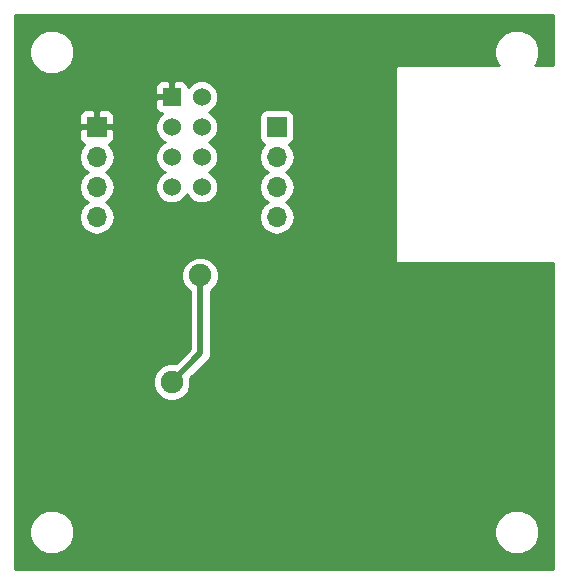
<source format=gbl>
G04 #@! TF.GenerationSoftware,KiCad,Pcbnew,(5.0.0)*
G04 #@! TF.CreationDate,2020-10-27T08:58:59-05:00*
G04 #@! TF.ProjectId,breakout_firstproject,627265616B6F75745F66697273747072,1.0*
G04 #@! TF.SameCoordinates,Original*
G04 #@! TF.FileFunction,Copper,L2,Bot,Signal*
G04 #@! TF.FilePolarity,Positive*
%FSLAX46Y46*%
G04 Gerber Fmt 4.6, Leading zero omitted, Abs format (unit mm)*
G04 Created by KiCad (PCBNEW (5.0.0)) date 10/27/20 08:58:59*
%MOMM*%
%LPD*%
G01*
G04 APERTURE LIST*
G04 #@! TA.AperFunction,ComponentPad*
%ADD10O,1.700000X1.700000*%
G04 #@! TD*
G04 #@! TA.AperFunction,ComponentPad*
%ADD11R,1.700000X1.700000*%
G04 #@! TD*
G04 #@! TA.AperFunction,ComponentPad*
%ADD12R,1.524000X1.524000*%
G04 #@! TD*
G04 #@! TA.AperFunction,ComponentPad*
%ADD13C,1.524000*%
G04 #@! TD*
G04 #@! TA.AperFunction,ViaPad*
%ADD14C,1.905000*%
G04 #@! TD*
G04 #@! TA.AperFunction,Conductor*
%ADD15C,0.508000*%
G04 #@! TD*
G04 #@! TA.AperFunction,Conductor*
%ADD16C,0.254000*%
G04 #@! TD*
G04 APERTURE END LIST*
D10*
G04 #@! TO.P,J1,4*
G04 #@! TO.N,MISO*
X151130000Y-82550000D03*
G04 #@! TO.P,J1,3*
G04 #@! TO.N,SCK*
X151130000Y-80010000D03*
G04 #@! TO.P,J1,2*
G04 #@! TO.N,CE*
X151130000Y-77470000D03*
D11*
G04 #@! TO.P,J1,1*
G04 #@! TO.N,GND*
X151130000Y-74930000D03*
G04 #@! TD*
G04 #@! TO.P,J2,1*
G04 #@! TO.N,VCC*
X166370000Y-74930000D03*
D10*
G04 #@! TO.P,J2,2*
G04 #@! TO.N,CSN*
X166370000Y-77470000D03*
G04 #@! TO.P,J2,3*
G04 #@! TO.N,MOSI*
X166370000Y-80010000D03*
G04 #@! TO.P,J2,4*
G04 #@! TO.N,IRQ*
X166370000Y-82550000D03*
G04 #@! TD*
D12*
G04 #@! TO.P,U1,1*
G04 #@! TO.N,GND*
X157480000Y-72390000D03*
D13*
G04 #@! TO.P,U1,2*
G04 #@! TO.N,+3V3*
X160020000Y-72390000D03*
G04 #@! TO.P,U1,3*
G04 #@! TO.N,CE*
X157480000Y-74930000D03*
G04 #@! TO.P,U1,4*
G04 #@! TO.N,CSN*
X160020000Y-74930000D03*
G04 #@! TO.P,U1,5*
G04 #@! TO.N,SCK*
X157480000Y-77470000D03*
G04 #@! TO.P,U1,6*
G04 #@! TO.N,MOSI*
X160020000Y-77470000D03*
G04 #@! TO.P,U1,7*
G04 #@! TO.N,MISO*
X157480000Y-80010000D03*
G04 #@! TO.P,U1,8*
G04 #@! TO.N,IRQ*
X160020000Y-80010000D03*
G04 #@! TD*
D14*
G04 #@! TO.N,VCC*
X159892185Y-87505228D03*
X157480000Y-96520000D03*
G04 #@! TD*
D15*
G04 #@! TO.N,VCC*
X159892185Y-87505228D02*
X159892185Y-94107815D01*
X159892185Y-94107815D02*
X157480000Y-96520000D01*
G04 #@! TD*
D16*
G04 #@! TO.N,GND*
G36*
X189790000Y-69723000D02*
X188212793Y-69723000D01*
X188288026Y-69647767D01*
X188575000Y-68954950D01*
X188575000Y-68205050D01*
X188288026Y-67512233D01*
X187757767Y-66981974D01*
X187064950Y-66695000D01*
X186315050Y-66695000D01*
X185622233Y-66981974D01*
X185091974Y-67512233D01*
X184805000Y-68205050D01*
X184805000Y-68954950D01*
X185091974Y-69647767D01*
X185167207Y-69723000D01*
X176530000Y-69723000D01*
X176481399Y-69732667D01*
X176440197Y-69760197D01*
X176412667Y-69801399D01*
X176403000Y-69850000D01*
X176403000Y-86360000D01*
X176412667Y-86408601D01*
X176440197Y-86449803D01*
X176481399Y-86477333D01*
X176530000Y-86487000D01*
X189790000Y-86487000D01*
X189790001Y-112320000D01*
X144220000Y-112320000D01*
X144220000Y-108845050D01*
X145435000Y-108845050D01*
X145435000Y-109594950D01*
X145721974Y-110287767D01*
X146252233Y-110818026D01*
X146945050Y-111105000D01*
X147694950Y-111105000D01*
X148387767Y-110818026D01*
X148918026Y-110287767D01*
X149205000Y-109594950D01*
X149205000Y-108845050D01*
X184805000Y-108845050D01*
X184805000Y-109594950D01*
X185091974Y-110287767D01*
X185622233Y-110818026D01*
X186315050Y-111105000D01*
X187064950Y-111105000D01*
X187757767Y-110818026D01*
X188288026Y-110287767D01*
X188575000Y-109594950D01*
X188575000Y-108845050D01*
X188288026Y-108152233D01*
X187757767Y-107621974D01*
X187064950Y-107335000D01*
X186315050Y-107335000D01*
X185622233Y-107621974D01*
X185091974Y-108152233D01*
X184805000Y-108845050D01*
X149205000Y-108845050D01*
X148918026Y-108152233D01*
X148387767Y-107621974D01*
X147694950Y-107335000D01*
X146945050Y-107335000D01*
X146252233Y-107621974D01*
X145721974Y-108152233D01*
X145435000Y-108845050D01*
X144220000Y-108845050D01*
X144220000Y-96204227D01*
X155892500Y-96204227D01*
X155892500Y-96835773D01*
X156134182Y-97419247D01*
X156580753Y-97865818D01*
X157164227Y-98107500D01*
X157795773Y-98107500D01*
X158379247Y-97865818D01*
X158825818Y-97419247D01*
X159067500Y-96835773D01*
X159067500Y-96204227D01*
X159063256Y-96193980D01*
X160458892Y-94798344D01*
X160533118Y-94748748D01*
X160729604Y-94454685D01*
X160781185Y-94195371D01*
X160781185Y-94195370D01*
X160798601Y-94107815D01*
X160781185Y-94020260D01*
X160781185Y-88855290D01*
X160791432Y-88851046D01*
X161238003Y-88404475D01*
X161479685Y-87821001D01*
X161479685Y-87189455D01*
X161238003Y-86605981D01*
X160791432Y-86159410D01*
X160207958Y-85917728D01*
X159576412Y-85917728D01*
X158992938Y-86159410D01*
X158546367Y-86605981D01*
X158304685Y-87189455D01*
X158304685Y-87821001D01*
X158546367Y-88404475D01*
X158992938Y-88851046D01*
X159003185Y-88855291D01*
X159003186Y-93739578D01*
X157806020Y-94936744D01*
X157795773Y-94932500D01*
X157164227Y-94932500D01*
X156580753Y-95174182D01*
X156134182Y-95620753D01*
X155892500Y-96204227D01*
X144220000Y-96204227D01*
X144220000Y-77470000D01*
X149615908Y-77470000D01*
X149731161Y-78049418D01*
X150059375Y-78540625D01*
X150357761Y-78740000D01*
X150059375Y-78939375D01*
X149731161Y-79430582D01*
X149615908Y-80010000D01*
X149731161Y-80589418D01*
X150059375Y-81080625D01*
X150357761Y-81280000D01*
X150059375Y-81479375D01*
X149731161Y-81970582D01*
X149615908Y-82550000D01*
X149731161Y-83129418D01*
X150059375Y-83620625D01*
X150550582Y-83948839D01*
X150983744Y-84035000D01*
X151276256Y-84035000D01*
X151709418Y-83948839D01*
X152200625Y-83620625D01*
X152528839Y-83129418D01*
X152644092Y-82550000D01*
X152528839Y-81970582D01*
X152200625Y-81479375D01*
X151902239Y-81280000D01*
X152200625Y-81080625D01*
X152528839Y-80589418D01*
X152644092Y-80010000D01*
X152528839Y-79430582D01*
X152200625Y-78939375D01*
X151902239Y-78740000D01*
X152200625Y-78540625D01*
X152528839Y-78049418D01*
X152644092Y-77470000D01*
X152528839Y-76890582D01*
X152200625Y-76399375D01*
X152178967Y-76384904D01*
X152339698Y-76318327D01*
X152518327Y-76139699D01*
X152615000Y-75906310D01*
X152615000Y-75215750D01*
X152456250Y-75057000D01*
X151257000Y-75057000D01*
X151257000Y-75077000D01*
X151003000Y-75077000D01*
X151003000Y-75057000D01*
X149803750Y-75057000D01*
X149645000Y-75215750D01*
X149645000Y-75906310D01*
X149741673Y-76139699D01*
X149920302Y-76318327D01*
X150081033Y-76384904D01*
X150059375Y-76399375D01*
X149731161Y-76890582D01*
X149615908Y-77470000D01*
X144220000Y-77470000D01*
X144220000Y-73953690D01*
X149645000Y-73953690D01*
X149645000Y-74644250D01*
X149803750Y-74803000D01*
X151003000Y-74803000D01*
X151003000Y-73603750D01*
X151257000Y-73603750D01*
X151257000Y-74803000D01*
X152456250Y-74803000D01*
X152615000Y-74644250D01*
X152615000Y-73953690D01*
X152518327Y-73720301D01*
X152339698Y-73541673D01*
X152106309Y-73445000D01*
X151415750Y-73445000D01*
X151257000Y-73603750D01*
X151003000Y-73603750D01*
X150844250Y-73445000D01*
X150153691Y-73445000D01*
X149920302Y-73541673D01*
X149741673Y-73720301D01*
X149645000Y-73953690D01*
X144220000Y-73953690D01*
X144220000Y-72675750D01*
X156083000Y-72675750D01*
X156083000Y-73278310D01*
X156179673Y-73511699D01*
X156358302Y-73690327D01*
X156591691Y-73787000D01*
X156647343Y-73787000D01*
X156295680Y-74138663D01*
X156083000Y-74652119D01*
X156083000Y-75207881D01*
X156295680Y-75721337D01*
X156688663Y-76114320D01*
X156895513Y-76200000D01*
X156688663Y-76285680D01*
X156295680Y-76678663D01*
X156083000Y-77192119D01*
X156083000Y-77747881D01*
X156295680Y-78261337D01*
X156688663Y-78654320D01*
X156895513Y-78740000D01*
X156688663Y-78825680D01*
X156295680Y-79218663D01*
X156083000Y-79732119D01*
X156083000Y-80287881D01*
X156295680Y-80801337D01*
X156688663Y-81194320D01*
X157202119Y-81407000D01*
X157757881Y-81407000D01*
X158271337Y-81194320D01*
X158664320Y-80801337D01*
X158750000Y-80594487D01*
X158835680Y-80801337D01*
X159228663Y-81194320D01*
X159742119Y-81407000D01*
X160297881Y-81407000D01*
X160811337Y-81194320D01*
X161204320Y-80801337D01*
X161417000Y-80287881D01*
X161417000Y-79732119D01*
X161204320Y-79218663D01*
X160811337Y-78825680D01*
X160604487Y-78740000D01*
X160811337Y-78654320D01*
X161204320Y-78261337D01*
X161417000Y-77747881D01*
X161417000Y-77470000D01*
X164855908Y-77470000D01*
X164971161Y-78049418D01*
X165299375Y-78540625D01*
X165597761Y-78740000D01*
X165299375Y-78939375D01*
X164971161Y-79430582D01*
X164855908Y-80010000D01*
X164971161Y-80589418D01*
X165299375Y-81080625D01*
X165597761Y-81280000D01*
X165299375Y-81479375D01*
X164971161Y-81970582D01*
X164855908Y-82550000D01*
X164971161Y-83129418D01*
X165299375Y-83620625D01*
X165790582Y-83948839D01*
X166223744Y-84035000D01*
X166516256Y-84035000D01*
X166949418Y-83948839D01*
X167440625Y-83620625D01*
X167768839Y-83129418D01*
X167884092Y-82550000D01*
X167768839Y-81970582D01*
X167440625Y-81479375D01*
X167142239Y-81280000D01*
X167440625Y-81080625D01*
X167768839Y-80589418D01*
X167884092Y-80010000D01*
X167768839Y-79430582D01*
X167440625Y-78939375D01*
X167142239Y-78740000D01*
X167440625Y-78540625D01*
X167768839Y-78049418D01*
X167884092Y-77470000D01*
X167768839Y-76890582D01*
X167440625Y-76399375D01*
X167422381Y-76387184D01*
X167467765Y-76378157D01*
X167677809Y-76237809D01*
X167818157Y-76027765D01*
X167867440Y-75780000D01*
X167867440Y-74080000D01*
X167818157Y-73832235D01*
X167677809Y-73622191D01*
X167467765Y-73481843D01*
X167220000Y-73432560D01*
X165520000Y-73432560D01*
X165272235Y-73481843D01*
X165062191Y-73622191D01*
X164921843Y-73832235D01*
X164872560Y-74080000D01*
X164872560Y-75780000D01*
X164921843Y-76027765D01*
X165062191Y-76237809D01*
X165272235Y-76378157D01*
X165317619Y-76387184D01*
X165299375Y-76399375D01*
X164971161Y-76890582D01*
X164855908Y-77470000D01*
X161417000Y-77470000D01*
X161417000Y-77192119D01*
X161204320Y-76678663D01*
X160811337Y-76285680D01*
X160604487Y-76200000D01*
X160811337Y-76114320D01*
X161204320Y-75721337D01*
X161417000Y-75207881D01*
X161417000Y-74652119D01*
X161204320Y-74138663D01*
X160811337Y-73745680D01*
X160604487Y-73660000D01*
X160811337Y-73574320D01*
X161204320Y-73181337D01*
X161417000Y-72667881D01*
X161417000Y-72112119D01*
X161204320Y-71598663D01*
X160811337Y-71205680D01*
X160297881Y-70993000D01*
X159742119Y-70993000D01*
X159228663Y-71205680D01*
X158877000Y-71557343D01*
X158877000Y-71501690D01*
X158780327Y-71268301D01*
X158601698Y-71089673D01*
X158368309Y-70993000D01*
X157765750Y-70993000D01*
X157607000Y-71151750D01*
X157607000Y-72263000D01*
X157627000Y-72263000D01*
X157627000Y-72517000D01*
X157607000Y-72517000D01*
X157607000Y-72537000D01*
X157353000Y-72537000D01*
X157353000Y-72517000D01*
X156241750Y-72517000D01*
X156083000Y-72675750D01*
X144220000Y-72675750D01*
X144220000Y-71501690D01*
X156083000Y-71501690D01*
X156083000Y-72104250D01*
X156241750Y-72263000D01*
X157353000Y-72263000D01*
X157353000Y-71151750D01*
X157194250Y-70993000D01*
X156591691Y-70993000D01*
X156358302Y-71089673D01*
X156179673Y-71268301D01*
X156083000Y-71501690D01*
X144220000Y-71501690D01*
X144220000Y-68205050D01*
X145435000Y-68205050D01*
X145435000Y-68954950D01*
X145721974Y-69647767D01*
X146252233Y-70178026D01*
X146945050Y-70465000D01*
X147694950Y-70465000D01*
X148387767Y-70178026D01*
X148918026Y-69647767D01*
X149205000Y-68954950D01*
X149205000Y-68205050D01*
X148918026Y-67512233D01*
X148387767Y-66981974D01*
X147694950Y-66695000D01*
X146945050Y-66695000D01*
X146252233Y-66981974D01*
X145721974Y-67512233D01*
X145435000Y-68205050D01*
X144220000Y-68205050D01*
X144220000Y-65480000D01*
X189790000Y-65480000D01*
X189790000Y-69723000D01*
X189790000Y-69723000D01*
G37*
X189790000Y-69723000D02*
X188212793Y-69723000D01*
X188288026Y-69647767D01*
X188575000Y-68954950D01*
X188575000Y-68205050D01*
X188288026Y-67512233D01*
X187757767Y-66981974D01*
X187064950Y-66695000D01*
X186315050Y-66695000D01*
X185622233Y-66981974D01*
X185091974Y-67512233D01*
X184805000Y-68205050D01*
X184805000Y-68954950D01*
X185091974Y-69647767D01*
X185167207Y-69723000D01*
X176530000Y-69723000D01*
X176481399Y-69732667D01*
X176440197Y-69760197D01*
X176412667Y-69801399D01*
X176403000Y-69850000D01*
X176403000Y-86360000D01*
X176412667Y-86408601D01*
X176440197Y-86449803D01*
X176481399Y-86477333D01*
X176530000Y-86487000D01*
X189790000Y-86487000D01*
X189790001Y-112320000D01*
X144220000Y-112320000D01*
X144220000Y-108845050D01*
X145435000Y-108845050D01*
X145435000Y-109594950D01*
X145721974Y-110287767D01*
X146252233Y-110818026D01*
X146945050Y-111105000D01*
X147694950Y-111105000D01*
X148387767Y-110818026D01*
X148918026Y-110287767D01*
X149205000Y-109594950D01*
X149205000Y-108845050D01*
X184805000Y-108845050D01*
X184805000Y-109594950D01*
X185091974Y-110287767D01*
X185622233Y-110818026D01*
X186315050Y-111105000D01*
X187064950Y-111105000D01*
X187757767Y-110818026D01*
X188288026Y-110287767D01*
X188575000Y-109594950D01*
X188575000Y-108845050D01*
X188288026Y-108152233D01*
X187757767Y-107621974D01*
X187064950Y-107335000D01*
X186315050Y-107335000D01*
X185622233Y-107621974D01*
X185091974Y-108152233D01*
X184805000Y-108845050D01*
X149205000Y-108845050D01*
X148918026Y-108152233D01*
X148387767Y-107621974D01*
X147694950Y-107335000D01*
X146945050Y-107335000D01*
X146252233Y-107621974D01*
X145721974Y-108152233D01*
X145435000Y-108845050D01*
X144220000Y-108845050D01*
X144220000Y-96204227D01*
X155892500Y-96204227D01*
X155892500Y-96835773D01*
X156134182Y-97419247D01*
X156580753Y-97865818D01*
X157164227Y-98107500D01*
X157795773Y-98107500D01*
X158379247Y-97865818D01*
X158825818Y-97419247D01*
X159067500Y-96835773D01*
X159067500Y-96204227D01*
X159063256Y-96193980D01*
X160458892Y-94798344D01*
X160533118Y-94748748D01*
X160729604Y-94454685D01*
X160781185Y-94195371D01*
X160781185Y-94195370D01*
X160798601Y-94107815D01*
X160781185Y-94020260D01*
X160781185Y-88855290D01*
X160791432Y-88851046D01*
X161238003Y-88404475D01*
X161479685Y-87821001D01*
X161479685Y-87189455D01*
X161238003Y-86605981D01*
X160791432Y-86159410D01*
X160207958Y-85917728D01*
X159576412Y-85917728D01*
X158992938Y-86159410D01*
X158546367Y-86605981D01*
X158304685Y-87189455D01*
X158304685Y-87821001D01*
X158546367Y-88404475D01*
X158992938Y-88851046D01*
X159003185Y-88855291D01*
X159003186Y-93739578D01*
X157806020Y-94936744D01*
X157795773Y-94932500D01*
X157164227Y-94932500D01*
X156580753Y-95174182D01*
X156134182Y-95620753D01*
X155892500Y-96204227D01*
X144220000Y-96204227D01*
X144220000Y-77470000D01*
X149615908Y-77470000D01*
X149731161Y-78049418D01*
X150059375Y-78540625D01*
X150357761Y-78740000D01*
X150059375Y-78939375D01*
X149731161Y-79430582D01*
X149615908Y-80010000D01*
X149731161Y-80589418D01*
X150059375Y-81080625D01*
X150357761Y-81280000D01*
X150059375Y-81479375D01*
X149731161Y-81970582D01*
X149615908Y-82550000D01*
X149731161Y-83129418D01*
X150059375Y-83620625D01*
X150550582Y-83948839D01*
X150983744Y-84035000D01*
X151276256Y-84035000D01*
X151709418Y-83948839D01*
X152200625Y-83620625D01*
X152528839Y-83129418D01*
X152644092Y-82550000D01*
X152528839Y-81970582D01*
X152200625Y-81479375D01*
X151902239Y-81280000D01*
X152200625Y-81080625D01*
X152528839Y-80589418D01*
X152644092Y-80010000D01*
X152528839Y-79430582D01*
X152200625Y-78939375D01*
X151902239Y-78740000D01*
X152200625Y-78540625D01*
X152528839Y-78049418D01*
X152644092Y-77470000D01*
X152528839Y-76890582D01*
X152200625Y-76399375D01*
X152178967Y-76384904D01*
X152339698Y-76318327D01*
X152518327Y-76139699D01*
X152615000Y-75906310D01*
X152615000Y-75215750D01*
X152456250Y-75057000D01*
X151257000Y-75057000D01*
X151257000Y-75077000D01*
X151003000Y-75077000D01*
X151003000Y-75057000D01*
X149803750Y-75057000D01*
X149645000Y-75215750D01*
X149645000Y-75906310D01*
X149741673Y-76139699D01*
X149920302Y-76318327D01*
X150081033Y-76384904D01*
X150059375Y-76399375D01*
X149731161Y-76890582D01*
X149615908Y-77470000D01*
X144220000Y-77470000D01*
X144220000Y-73953690D01*
X149645000Y-73953690D01*
X149645000Y-74644250D01*
X149803750Y-74803000D01*
X151003000Y-74803000D01*
X151003000Y-73603750D01*
X151257000Y-73603750D01*
X151257000Y-74803000D01*
X152456250Y-74803000D01*
X152615000Y-74644250D01*
X152615000Y-73953690D01*
X152518327Y-73720301D01*
X152339698Y-73541673D01*
X152106309Y-73445000D01*
X151415750Y-73445000D01*
X151257000Y-73603750D01*
X151003000Y-73603750D01*
X150844250Y-73445000D01*
X150153691Y-73445000D01*
X149920302Y-73541673D01*
X149741673Y-73720301D01*
X149645000Y-73953690D01*
X144220000Y-73953690D01*
X144220000Y-72675750D01*
X156083000Y-72675750D01*
X156083000Y-73278310D01*
X156179673Y-73511699D01*
X156358302Y-73690327D01*
X156591691Y-73787000D01*
X156647343Y-73787000D01*
X156295680Y-74138663D01*
X156083000Y-74652119D01*
X156083000Y-75207881D01*
X156295680Y-75721337D01*
X156688663Y-76114320D01*
X156895513Y-76200000D01*
X156688663Y-76285680D01*
X156295680Y-76678663D01*
X156083000Y-77192119D01*
X156083000Y-77747881D01*
X156295680Y-78261337D01*
X156688663Y-78654320D01*
X156895513Y-78740000D01*
X156688663Y-78825680D01*
X156295680Y-79218663D01*
X156083000Y-79732119D01*
X156083000Y-80287881D01*
X156295680Y-80801337D01*
X156688663Y-81194320D01*
X157202119Y-81407000D01*
X157757881Y-81407000D01*
X158271337Y-81194320D01*
X158664320Y-80801337D01*
X158750000Y-80594487D01*
X158835680Y-80801337D01*
X159228663Y-81194320D01*
X159742119Y-81407000D01*
X160297881Y-81407000D01*
X160811337Y-81194320D01*
X161204320Y-80801337D01*
X161417000Y-80287881D01*
X161417000Y-79732119D01*
X161204320Y-79218663D01*
X160811337Y-78825680D01*
X160604487Y-78740000D01*
X160811337Y-78654320D01*
X161204320Y-78261337D01*
X161417000Y-77747881D01*
X161417000Y-77470000D01*
X164855908Y-77470000D01*
X164971161Y-78049418D01*
X165299375Y-78540625D01*
X165597761Y-78740000D01*
X165299375Y-78939375D01*
X164971161Y-79430582D01*
X164855908Y-80010000D01*
X164971161Y-80589418D01*
X165299375Y-81080625D01*
X165597761Y-81280000D01*
X165299375Y-81479375D01*
X164971161Y-81970582D01*
X164855908Y-82550000D01*
X164971161Y-83129418D01*
X165299375Y-83620625D01*
X165790582Y-83948839D01*
X166223744Y-84035000D01*
X166516256Y-84035000D01*
X166949418Y-83948839D01*
X167440625Y-83620625D01*
X167768839Y-83129418D01*
X167884092Y-82550000D01*
X167768839Y-81970582D01*
X167440625Y-81479375D01*
X167142239Y-81280000D01*
X167440625Y-81080625D01*
X167768839Y-80589418D01*
X167884092Y-80010000D01*
X167768839Y-79430582D01*
X167440625Y-78939375D01*
X167142239Y-78740000D01*
X167440625Y-78540625D01*
X167768839Y-78049418D01*
X167884092Y-77470000D01*
X167768839Y-76890582D01*
X167440625Y-76399375D01*
X167422381Y-76387184D01*
X167467765Y-76378157D01*
X167677809Y-76237809D01*
X167818157Y-76027765D01*
X167867440Y-75780000D01*
X167867440Y-74080000D01*
X167818157Y-73832235D01*
X167677809Y-73622191D01*
X167467765Y-73481843D01*
X167220000Y-73432560D01*
X165520000Y-73432560D01*
X165272235Y-73481843D01*
X165062191Y-73622191D01*
X164921843Y-73832235D01*
X164872560Y-74080000D01*
X164872560Y-75780000D01*
X164921843Y-76027765D01*
X165062191Y-76237809D01*
X165272235Y-76378157D01*
X165317619Y-76387184D01*
X165299375Y-76399375D01*
X164971161Y-76890582D01*
X164855908Y-77470000D01*
X161417000Y-77470000D01*
X161417000Y-77192119D01*
X161204320Y-76678663D01*
X160811337Y-76285680D01*
X160604487Y-76200000D01*
X160811337Y-76114320D01*
X161204320Y-75721337D01*
X161417000Y-75207881D01*
X161417000Y-74652119D01*
X161204320Y-74138663D01*
X160811337Y-73745680D01*
X160604487Y-73660000D01*
X160811337Y-73574320D01*
X161204320Y-73181337D01*
X161417000Y-72667881D01*
X161417000Y-72112119D01*
X161204320Y-71598663D01*
X160811337Y-71205680D01*
X160297881Y-70993000D01*
X159742119Y-70993000D01*
X159228663Y-71205680D01*
X158877000Y-71557343D01*
X158877000Y-71501690D01*
X158780327Y-71268301D01*
X158601698Y-71089673D01*
X158368309Y-70993000D01*
X157765750Y-70993000D01*
X157607000Y-71151750D01*
X157607000Y-72263000D01*
X157627000Y-72263000D01*
X157627000Y-72517000D01*
X157607000Y-72517000D01*
X157607000Y-72537000D01*
X157353000Y-72537000D01*
X157353000Y-72517000D01*
X156241750Y-72517000D01*
X156083000Y-72675750D01*
X144220000Y-72675750D01*
X144220000Y-71501690D01*
X156083000Y-71501690D01*
X156083000Y-72104250D01*
X156241750Y-72263000D01*
X157353000Y-72263000D01*
X157353000Y-71151750D01*
X157194250Y-70993000D01*
X156591691Y-70993000D01*
X156358302Y-71089673D01*
X156179673Y-71268301D01*
X156083000Y-71501690D01*
X144220000Y-71501690D01*
X144220000Y-68205050D01*
X145435000Y-68205050D01*
X145435000Y-68954950D01*
X145721974Y-69647767D01*
X146252233Y-70178026D01*
X146945050Y-70465000D01*
X147694950Y-70465000D01*
X148387767Y-70178026D01*
X148918026Y-69647767D01*
X149205000Y-68954950D01*
X149205000Y-68205050D01*
X148918026Y-67512233D01*
X148387767Y-66981974D01*
X147694950Y-66695000D01*
X146945050Y-66695000D01*
X146252233Y-66981974D01*
X145721974Y-67512233D01*
X145435000Y-68205050D01*
X144220000Y-68205050D01*
X144220000Y-65480000D01*
X189790000Y-65480000D01*
X189790000Y-69723000D01*
G04 #@! TD*
M02*

</source>
